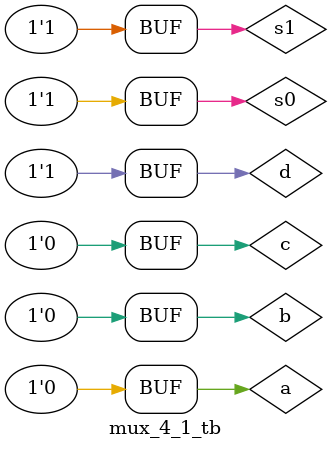
<source format=v>
module mux_4_1(out,s1,s0,a,b,c,d);
input a,b,c,d,s1,s0;
output out;
wire p1,p2;

mux_2_1 n1(p1,s0,a,b);
mux_2_1 n2(p2,s0,c,d);

mux_2_1 n3(out,s1,p1,p2);

endmodule
//test

module mux_4_1_tb;
reg s1,s0,a,b,c,d;
wire out;
mux_4_1 n1(out,s1,s0,a,b,c,d);
initial
begin
	s1=0; s0=0; a=1; b=0; c=0; d=0; #10;
	s1=0; s0=1; a=0; b=1; c=0; d=0; #10;
	s1=1; s0=0; a=0; b=0; c=1; d=0; #10;
	s1=1; s0=1; a=0; b=0; c=0; d=1; #10;
end
endmodule

</source>
